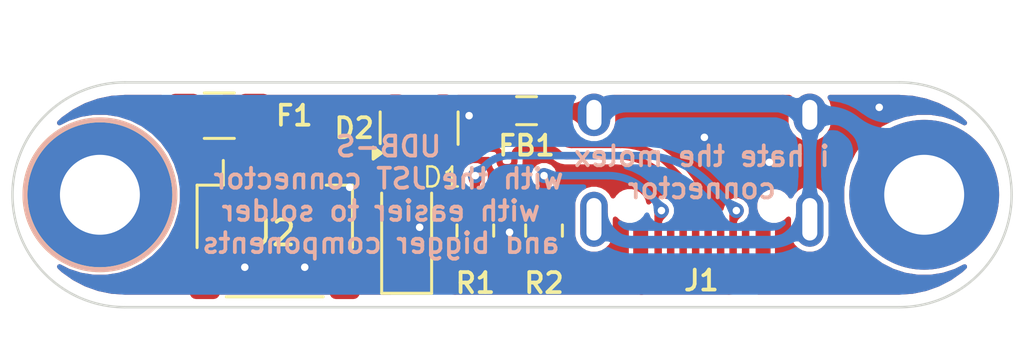
<source format=kicad_pcb>
(kicad_pcb (version 20241229) (generator "pcbnew") (generator_version "9.0")
  (layers (0 "F.Cu" signal) (2 "B.Cu" signal) (13 "F.Paste" user) (15 "B.Paste" user) (5 "F.SilkS" user "F.Silkscreen") (7 "B.SilkS" user "B.Silkscreen") (1 "F.Mask" user) (3 "B.Mask" user) (25 "Edge.Cuts" user))
  (net 0 "")
  (net 1 "GND")
  (net 2 "VBUS")
  (net 5 "D+")
  (net 6 "D-")
  (net 7 "Net-(J1-CC2)")
  (net 8 "Net-(J1-CC1)")
  (net 9 "5V")
  (net 10 "GNDPWR")
  (footprint "Package_TO_SOT_SMD:SOT-143" (layer "F.Cu") (at 127.779999 92.332207 90)
    (property "Reference" "D2" (at 0 -2.6 180) (layer "F.SilkS") (effects (font (size 0.8 0.8))))
    (property "Value" "PRTR5V0U2X")
    (fp_line (start 0.65 -1.56) (end -0.62 -1.56) (stroke (width 0.12)) (layer "F.SilkS"))
    (fp_line (start -0.65 1.56) (end 0.65 1.56) (stroke (width 0.12)) (layer "F.SilkS"))
    (fp_poly (pts (xy -1 -1.51) (xy -1.24 -1.84) (xy -0.76 -1.84) (xy -1 -1.51)) (stroke (width 0.12)) (fill yes) (layer "F.SilkS"))
    (pad "1" smd roundrect (at -1 -0.75 90) (size 0.7 1) (layers "F.Cu" "F.Mask" "F.Paste") (net 1 "GND"))
    (pad "2" smd roundrect (at -1 0.95 90) (size 0.7 0.6) (layers "F.Cu" "F.Mask" "F.Paste") (net 5 "D+"))
    (pad "3" smd roundrect (at 1 0.95 90) (size 0.7 0.6) (layers "F.Cu" "F.Mask" "F.Paste") (net 6 "D-"))
    (pad "4" smd roundrect (at 1 -0.95 90) (size 0.7 0.6) (layers "F.Cu" "F.Mask" "F.Paste") (net 9 "5V"))
  )
  (footprint "MountingHole:MountingHole_3.2mm_M3_DIN965_Pad_TopBottom" (layer "F.Cu") (at 148 95)
    (property "Reference" "H1" (hide yes))
    (property "Value" "MountingHole" (hide yes))
    (pad "1" thru_hole circle (at 0 0) (size 3.6 3.6) (drill 3.2) (layers "*.Cu" "*.Mask") (net 10 "GNDPWR"))
    (pad "1" connect circle (at 0 0) (size 6 6) (layers "F.Cu" "F.Mask") (net 10 "GNDPWR"))
    (pad "1" connect circle (at 0 0) (size 6 6) (layers "B.Cu" "B.Mask") (net 10 "GNDPWR"))
  )
  (footprint "Resistor_SMD:R_0805_2012Metric" (layer "F.Cu") (at 132.779999 96.432207 -90)
    (property "Reference" "R2" (at 2.1 0 180) (layer "F.SilkS") (effects (font (size 0.8 0.8) (thickness 0.15) (bold yes))))
    (property "Value" "5.1k")
    (fp_line (start -0.227064 0.735) (end 0.227064 0.735) (stroke (width 0.12)) (layer "F.SilkS"))
    (fp_line (start -0.227064 -0.735) (end 0.227064 -0.735) (stroke (width 0.12)) (layer "F.SilkS"))
    (pad "1" smd roundrect (at -0.9125 0 270) (size 1.025 1.4) (layers "F.Cu" "F.Mask" "F.Paste") (roundrect_rratio 0.243902) (net 7 "Net-(J1-CC2)"))
    (pad "2" smd roundrect (at 0.9125 0 270) (size 1.025 1.4) (layers "F.Cu" "F.Mask" "F.Paste") (roundrect_rratio 0.243902) (net 1 "GND"))
  )
  (footprint "Connector_JST:JST_SH_SM04B-SRSS-TB_1x04-1MP_P1.00mm_Horizontal" (layer "F.Cu") (at 122 96.4)
    (property "Reference" "J2" (at -0.020001 0.132207 0) (layer "F.SilkS"))
    (property "Value" "78171-0004")
    (fp_line (start -3.11 -1.785) (end -2.06 -1.785) (stroke (width 0.12)) (layer "F.SilkS"))
    (fp_line (start -3.11 0.715) (end -3.11 -1.785) (stroke (width 0.12)) (layer "F.SilkS"))
    (fp_line (start -2.06 -1.785) (end -2.06 -2.775) (stroke (width 0.12)) (layer "F.SilkS"))
    (fp_line (start -1.94 2.685) (end 1.94 2.685) (stroke (width 0.12)) (layer "F.SilkS"))
    (fp_line (start 3.11 -1.785) (end 2.06 -1.785) (stroke (width 0.12)) (layer "F.SilkS"))
    (fp_line (start 3.11 0.715) (end 3.11 -1.785) (stroke (width 0.12)) (layer "F.SilkS"))
    (pad "1" smd roundrect (at -1.5 -2) (size 0.6 1.55) (layers "F.Cu" "F.Mask" "F.Paste") (net 9 "5V"))
    (pad "2" smd roundrect (at -0.5 -2) (size 0.6 1.55) (layers "F.Cu" "F.Mask" "F.Paste") (net 6 "D-"))
    (pad "3" smd roundrect (at 0.5 -2) (size 0.6 1.55) (layers "F.Cu" "F.Mask" "F.Paste") (net 5 "D+"))
    (pad "4" smd roundrect (at 1.5 -2) (size 0.6 1.55) (layers "F.Cu" "F.Mask" "F.Paste") (net 1 "GND"))
    (pad "MP" smd roundrect (at -2.8 1.875) (size 1.2 1.8) (layers "F.Cu" "F.Mask" "F.Paste") (roundrect_rratio 0.208333) (net 1 "GND"))
    (pad "MP" smd roundrect (at 2.8 1.875) (size 1.2 1.8) (layers "F.Cu" "F.Mask" "F.Paste") (roundrect_rratio 0.208333) (net 1 "GND"))
  )
  (footprint "MountingHole:MountingHole_3.2mm_M3_DIN965_Pad_TopOnly" (layer "F.Cu") (at 115 95 180)
    (property "Reference" "H2" (hide yes))
    (property "Value" "MountingHole" (hide yes))
    (pad "1" thru_hole circle (at 0 0 180) (size 6 6) (drill 3.2) (layers "*.Cu"))
  )
  (footprint "Fuse:Fuse_1206_3216Metric" (layer "F.Cu") (at 119.779999 91.832207)
    (property "Reference" "F1" (at 3 0 0) (layer "F.SilkS") (effects (font (size 0.8 0.8))))
    (property "Value" "SMD0805-050-16V")
    (fp_line (start -0.602064 -0.91) (end 0.602064 -0.91) (stroke (width 0.12)) (layer "F.SilkS"))
    (fp_line (start -0.602064 0.91) (end 0.602064 0.91) (stroke (width 0.12)) (layer "F.SilkS"))
    (pad "1" smd roundrect (at -1.399999 0) (size 1.25 1.75) (layers "F.Cu" "F.Mask" "F.Paste") (roundrect_rratio 0.2) (net 2 "VBUS"))
    (pad "2" smd roundrect (at 1.399999 0) (size 1.25 1.75) (layers "F.Cu" "F.Mask" "F.Paste") (roundrect_rratio 0.2) (net 9 "5V"))
  )
  (footprint "Inductor_SMD:L_0805_2012Metric" (layer "F.Cu") (at 132.079999 91.632207 180)
    (property "Reference" "FB1" (at 0 -1.4 0) (layer "F.SilkS") (effects (font (size 0.8 0.8))))
    (property "Value" "GZ2012D601TF")
    (fp_line (start -0.399622 0.56) (end 0.399622 0.56) (stroke (width 0.12)) (layer "F.SilkS"))
    (fp_line (start -0.399622 -0.56) (end 0.399622 -0.56) (stroke (width 0.12)) (layer "F.SilkS"))
    (pad "1" smd roundrect (at -1.0625 0 180) (size 0.875 1.2) (layers "F.Cu" "F.Mask" "F.Paste") (net 10 "GNDPWR"))
    (pad "2" smd roundrect (at 1.0625 0 180) (size 0.875 1.2) (layers "F.Cu" "F.Mask" "F.Paste") (net 1 "GND"))
  )
  (footprint "locallib:HRO-TYPE-C-31-M-12-Assembly" (layer "F.Cu") (at 139.1 89.2 180)
    (property "Reference" "J1" (at 0.020001 -9.232207 0) (layer "F.SilkS") (effects (font (size 0.8 0.8))))
    (property "Value" "TYPE-C-31-M-12")
    (pad "" np_thru_hole circle (at -2.89 -6.25 180) (size 0.65 0.65) (drill 0.65) (layers "*.Cu" "*.Mask"))
    (pad "" np_thru_hole circle (at 2.89 -6.25 180) (size 0.65 0.65) (drill 0.65) (layers "*.Cu" "*.Mask"))
    (pad "A1" smd roundrect (at -3.225 -7.695 180) (size 0.6 1.45) (layers "F.Cu" "F.Mask" "F.Paste") (roundrect_rratio 0.1) (net 1 "GND"))
    (pad "A4" smd roundrect (at -2.45 -7.695 180) (size 0.6 1.45) (layers "F.Cu" "F.Mask" "F.Paste") (roundrect_rratio 0.1) (net 2 "VBUS"))
    (pad "A5" smd roundrect (at -1.25 -7.695 180) (size 0.3 1.45) (layers "F.Cu" "F.Mask" "F.Paste") (roundrect_rratio 0.2) (net 8 "Net-(J1-CC1)"))
    (pad "A6" smd roundrect (at -0.25 -7.695 180) (size 0.3 1.45) (layers "F.Cu" "F.Mask" "F.Paste") (roundrect_rratio 0.2) (net 5 "D+"))
    (pad "A7" smd roundrect (at 0.25 -7.695 180) (size 0.3 1.45) (layers "F.Cu" "F.Mask" "F.Paste") (roundrect_rratio 0.2) (net 6 "D-"))
    (pad "A8" smd roundrect (at 1.25 -7.695 180) (size 0.3 1.45) (layers "F.Cu" "F.Mask" "F.Paste") (roundrect_rratio 0.2))
    (pad "B1" smd roundrect (at 3.225 -7.695 180) (size 0.6 1.45) (layers "F.Cu" "F.Mask" "F.Paste") (roundrect_rratio 0.1) (net 1 "GND"))
    (pad "B4" smd roundrect (at 2.45 -7.695 180) (size 0.6 1.45) (layers "F.Cu" "F.Mask" "F.Paste") (roundrect_rratio 0.1) (net 2 "VBUS"))
    (pad "B5" smd roundrect (at 1.75 -7.695 180) (size 0.3 1.45) (layers "F.Cu" "F.Mask" "F.Paste") (roundrect_rratio 0.2) (net 7 "Net-(J1-CC2)"))
    (pad "B6" smd roundrect (at 0.75 -7.695 180) (size 0.3 1.45) (layers "F.Cu" "F.Mask" "F.Paste") (roundrect_rratio 0.2) (net 5 "D+"))
    (pad "B7" smd roundrect (at -0.75 -7.695 180) (size 0.3 1.45) (layers "F.Cu" "F.Mask" "F.Paste") (roundrect_rratio 0.2) (net 6 "D-"))
    (pad "B8" smd roundrect (at -1.75 -7.695 180) (size 0.3 1.45) (layers "F.Cu" "F.Mask" "F.Paste") (roundrect_rratio 0.2))
    (pad "S1" thru_hole oval (at -4.32 -6.78 180) (size 1.1 2.2) (drill oval 0.6 1.7) (layers "*.Cu" "*.Mask") (net 10 "GNDPWR"))
    (pad "S1" thru_hole oval (at -4.32 -2.6 180) (size 1.3 1.7) (drill oval 0.6 1.2) (layers "*.Cu" "*.Mask") (net 10 "GNDPWR"))
    (pad "S1" thru_hole oval (at 4.32 -6.78 180) (size 1.1 2.2) (drill oval 0.6 1.7) (layers "*.Cu" "*.Mask") (net 10 "GNDPWR"))
    (pad "S1" thru_hole oval (at 4.32 -2.6 180) (size 1.3 1.7) (drill oval 0.6 1.2) (layers "*.Cu" "*.Mask") (net 10 "GNDPWR"))
  )
  (footprint "Diode_SMD:D_SOD-123" (layer "F.Cu") (at 127.279999 96.582207 90)
    (property "Reference" "D1" (at 2.282206 1.420001 180) (layer "F.SilkS") (effects (font (size 0.8 0.8) (thickness 0.1))))
    (property "Value" "ESD5Z5V0")
    (fp_line (start -2.36 -1) (end 1.65 -1) (stroke (width 0.12)) (layer "F.SilkS"))
    (fp_line (start -2.36 -1) (end -2.36 1) (stroke (width 0.12)) (layer "F.SilkS"))
    (fp_line (start -2.36 1) (end 1.65 1) (stroke (width 0.12)) (layer "F.SilkS"))
    (pad "1" smd roundrect (at -1.65 0 90) (size 0.9 1.2) (layers "F.Cu" "F.Mask" "F.Paste") (net 2 "VBUS"))
    (pad "2" smd roundrect (at 1.65 0 90) (size 0.9 1.2) (layers "F.Cu" "F.Mask" "F.Paste") (net 1 "GND"))
  )
  (footprint "Resistor_SMD:R_0805_2012Metric" (layer "F.Cu") (at 130.029999 96.432207 90)
    (property "Reference" "R1" (at -2.1 0 180) (layer "F.SilkS") (effects (font (size 0.8 0.8))))
    (property "Value" "5.1k")
    (fp_line (start -0.227064 -0.735) (end 0.227064 -0.735) (stroke (width 0.12)) (layer "F.SilkS"))
    (fp_line (start -0.227064 0.735) (end 0.227064 0.735) (stroke (width 0.12)) (layer "F.SilkS"))
    (pad "1" smd roundrect (at -0.9125 0 90) (size 1.025 1.4) (layers "F.Cu" "F.Mask" "F.Paste") (roundrect_rratio 0.243902) (net 1 "GND"))
    (pad "2" smd roundrect (at 0.9125 0 90) (size 1.025 1.4) (layers "F.Cu" "F.Mask" "F.Paste") (roundrect_rratio 0.243902) (net 8 "Net-(J1-CC1)"))
  )
  (gr_circle (center 115 95) (end 118 95) (stroke (width 0.2)) (fill no) (layer "F.SilkS"))
  (gr_circle (center 115 95) (end 118 95) (stroke (width 0.2)) (fill no) (layer "B.SilkS"))
  (gr_arc (start 116 99.500001) (mid 111.499999 95) (end 116 90.499999) (stroke (width 0.1)) (layer "Edge.Cuts"))
  (gr_arc (start 147 90.5) (mid 151.5 95) (end 147 99.5) (stroke (width 0.1)) (layer "Edge.Cuts"))
  (gr_line (start 147 90.5) (end 116 90.499999) (stroke (width 0.1)) (layer "Edge.Cuts"))
  (gr_line (start 116 99.500001) (end 147 99.5) (stroke (width 0.1)) (layer "Edge.Cuts"))
  (gr_text "UDB-S \nwith the JST connector \nwith easier to solder\nand bigger components" (at 126.25 95.000001 0) (layer "B.SilkS") (effects (font (size 0.8 0.8) (thickness 0.15) (bold yes)) (justify mirror)))
  (gr_text "i hate the molex\nconnector" (at 139.1 94.100001 0) (layer "B.SilkS") (effects (font (size 0.8 0.8)) (justify mirror)))
  (segment (start 130.12142 91.632207) (end 131.017499 91.632207) (width 0.5) (layer "F.Cu") (net 1))
  (segment (start 129.779999 91.832207) (end 129.879999 91.732207) (width 0.5) (layer "F.Cu") (net 1))
  (via (at 125 94.700001) (size 0.6) (drill 0.3) (layers "F.Cu" "B.Cu") (net 1))
  (via (at 120.8 97.900001) (size 0.6) (drill 0.3) (layers "F.Cu" "B.Cu") (net 1))
  (via (at 123.2 97.900001) (size 0.6) (drill 0.3) (layers "F.Cu" "B.Cu") (net 1))
  (via (at 141.8 93.700001) (size 0.6) (drill 0.3) (layers "F.Cu" "B.Cu") (net 1))
  (via (at 129.779999 91.832207) (size 0.6) (drill 0.3) (layers "F.Cu" "B.Cu") (net 1))
  (via (at 146.2 91.500001) (size 0.6) (drill 0.3) (layers "F.Cu" "B.Cu") (net 1))
  (via (at 139.2 92.700001) (size 0.6) (drill 0.3) (layers "F.Cu" "B.Cu") (net 1))
  (via (at 127.8 96.300001) (size 0.6) (drill 0.3) (layers "F.Cu" "B.Cu") (net 1))
  (via (at 131.4 96.500001) (size 0.6) (drill 0.3) (layers "F.Cu" "B.Cu") (net 1))
  (arc (start 130.12142 91.632207) (mid 129.990763 91.658196) (end 129.879999 91.732207) (width 0.5) (layer "F.Cu") (net 1))
  (segment (start 136.658786 98.7495) (end 129.21528 98.7495) (width 0.5) (layer "F.Cu") (net 2))
  (segment (start 127.279999 98.027206) (end 127.279999 97.822206) (width 0.5) (layer "F.Cu") (net 2))
  (segment (start 126.739999 96.872206) (end 126.990084 97.122291) (width 0.5) (layer "F.Cu") (net 2))
  (segment (start 136.65 98.698288) (end 136.65 96.895) (width 0.5) (layer "F.Cu") (net 2))
  (segment (start 127.484999 98.232207) (end 127.966424 98.232207) (width 0.5) (layer "F.Cu") (net 2))
  (segment (start 141.15025 98.34975) (end 141.177 98.323) (width 0.5) (layer "F.Cu") (net 2))
  (segment (start 119.629999 95.782207) (end 119.539618 95.691826) (width 0.5) (layer "F.Cu") (net 2))
  (segment (start 136.701211 98.7495) (end 136.658786 98.7495) (width 0.5) (layer "F.Cu") (net 2))
  (segment (start 119.079999 94.582207) (end 119.079999 93.02718) (width 0.5) (layer "F.Cu") (net 2))
  (segment (start 120.957816 96.332207) (end 125.436325 96.332207) (width 0.5) (layer "F.Cu") (net 2))
  (segment (start 136.701211 98.7495) (end 140.185169 98.7495) (width 0.5) (layer "F.Cu") (net 2))
  (segment (start 141.55 97.4225) (end 141.55 96.895) (width 0.5) (layer "F.Cu") (net 2))
  (arc (start 128.590852 98.490853) (mid 128.304362 98.299426) (end 127.966424 98.232207) (width 0.5) (layer "F.Cu") (net 2))
  (arc (start 128.590852 98.490853) (mid 128.877342 98.682279) (end 129.21528 98.7495) (width 0.5) (layer "F.Cu") (net 2))
  (arc (start 127.279999 98.027206) (mid 127.340042 98.172163) (end 127.484999 98.232207) (width 0.5) (layer "F.Cu") (net 2))
  (arc (start 136.701211 98.7495) (mid 136.681613 98.745601) (end 136.664999 98.7345) (width 0.5) (layer "F.Cu") (net 2))
  (arc (start 119.079999 93.02718) (mid 118.989036 92.569883) (end 118.729999 92.182206) (width 0.5) (layer "F.Cu") (net 2))
  (arc (start 136.658786 98.7495) (mid 136.666903 98.744075) (end 136.664999 98.7345) (width 0.5) (layer "F.Cu") (net 2))
  (arc (start 141.15025 98.34975) (mid 140.707467 98.645608) (end 140.185169 98.7495) (width 0.5) (layer "F.Cu") (net 2))
  (arc (start 126.739999 96.872206) (mid 126.141868 96.472548) (end 125.436325 96.332207) (width 0.5) (layer "F.Cu") (net 2))
  (arc (start 120.957816 96.332207) (mid 120.239206 96.189266) (end 119.629999 95.782207) (width 0.5) (layer "F.Cu") (net 2))
  (arc (start 119.079999 94.582207) (mid 119.19945 95.182728) (end 119.539618 95.691826) (width 0.5) (layer "F.Cu") (net 2))
  (arc (start 141.177 98.323) (mid 141.45306 97.909847) (end 141.55 97.4225) (width 0.5) (layer "F.Cu") (net 2))
  (arc (start 126.990084 97.122291) (mid 127.204652 97.443415) (end 127.279999 97.822206) (width 0.5) (layer "F.Cu") (net 2))
  (arc (start 136.65 98.698288) (mid 136.653898 98.717886) (end 136.664999 98.7345) (width 0.5) (layer "F.Cu") (net 2))
  (segment (start 127.356991 92.557207) (end 125.607913 92.557207) (width 0.25) (layer "F.Cu") (net 5))
  (segment (start 138.35 96.025937) (end 138.35 96.045433) (width 0.25) (layer "F.Cu") (net 5))
  (segment (start 138.35 95.986945) (end 138.35 96.006441) (width 0.25) (layer "F.Cu") (net 5))
  (segment (start 125.127913 93.557207) (end 125.007913 93.557207) (width 0.25) (layer "F.Cu") (net 5))
  (segment (start 138.35 96.052744) (end 138.35 96.057617) (width 0.25) (layer "F.Cu") (net 5))
  (segment (start 138.35 95.969886) (end 138.35 95.97476) (width 0.25) (layer "F.Cu") (net 5))
  (segment (start 138.35 96.257448) (end 138.35 96.281818) (width 0.25) (layer "F.Cu") (net 5))
  (segment (start 132.974668 93.157207) (end 131.836196 93.157207) (width 0.25) (layer "F.Cu") (net 5))
  (segment (start 138.35 95.97476) (end 138.35 95.979634) (width 0.25) (layer "F.Cu") (net 5))
  (segment (start 138.35 96.230641) (end 138.35 96.257448) (width 0.25) (layer "F.Cu") (net 5))
  (segment (start 130.756196 93.157207) (end 129.028742 93.157207) (width 0.25) (layer "F.Cu") (net 5))
  (segment (start 138.35 96.057617) (end 138.35 96.06249) (width 0.25) (layer "F.Cu") (net 5))
  (segment (start 138.35 95.957703) (end 138.35 95.960139) (width 0.25) (layer "F.Cu") (net 5))
  (segment (start 138.35 96.077112) (end 138.35 96.101482) (width 0.25) (layer "F.Cu") (net 5))
  (segment (start 138.35 95.960139) (end 138.35 95.965012) (width 0.25) (layer "F.Cu") (net 5))
  (segment (start 138.35 95.969886) (end 138.35 95.965012) (width 0.25) (layer "F.Cu") (net 5))
  (segment (start 139.35 97.521865) (end 139.35 96.895) (width 0.25) (layer "F.Cu") (net 5))
  (segment (start 138.35 95.979634) (end 138.35 95.986945) (width 0.25) (layer "F.Cu") (net 5))
  (segment (start 138.35 96.006441) (end 138.35 96.025937) (width 0.25) (layer "F.Cu") (net 5))
  (segment (start 138.925865 97.946) (end 138.774134 97.946) (width 0.25) (layer "F.Cu") (net 5))
  (segment (start 122.849237 93.062968) (end 122.927499 92.984706) (width 0.25) (layer "F.Cu") (net 5))
  (segment (start 137.68723 94.357636) (end 137.5684 94.238806) (width 0.25) (layer "F.Cu") (net 5))
  (segment (start 138.35 97.521865) (end 138.35 97.365148) (width 0.25) (layer "F.Cu") (net 5))
  (segment (start 135.681452 93.457207) (end 133.698933 93.457207) (width 0.25) (layer "F.Cu") (net 5))
  (segment (start 125.367913 93.317207) (end 125.367913 92.797207) (width 0.25) (layer "F.Cu") (net 5))
  (segment (start 131.236196 93.890672) (end 131.356196 93.890672) (width 0.25) (layer "F.Cu") (net 5))
  (segment (start 130.996196 93.650672) (end 130.996196 93.397207) (width 0.25) (layer "F.Cu") (net 5))
  (segment (start 131.596196 93.650672) (end 131.596196 93.397207) (width 0.25) (layer "F.Cu") (net 5))
  (segment (start 138.35 96.045433) (end 138.35 96.052744) (width 0.25) (layer "F.Cu") (net 5))
  (segment (start 138.35 96.077112) (end 138.35 96.06249) (width 0.25) (layer "F.Cu") (net 5))
  (segment (start 124.767913 93.317207) (end 124.767913 92.797207) (width 0.25) (layer "F.Cu") (net 5))
  (segment (start 128.292499 92.944707) (end 128.662321 93.314529) (width 0.25) (layer "F.Cu") (net 5))
  (segment (start 123.959574 92.557207) (end 124.527913 92.557207) (width 0.25) (layer "F.Cu") (net 5))
  (segment (start 138.35 96.152658) (end 138.35 96.230641) (width 0.25) (layer "F.Cu") (net 5))
  (segment (start 138.35 96.152658) (end 138.35 96.125852) (width 0.25) (layer "F.Cu") (net 5))
  (segment (start 138.35 96.101482) (end 138.35 96.125852) (width 0.25) (layer "F.Cu") (net 5))
  (segment (start 138.35 96.281818) (end 138.35 96.294003) (width 0.25) (layer "F.Cu") (net 5))
  (arc (start 129.028742 93.157207) (mid 128.914417 93.179947) (end 128.817498 93.244706) (width 0.25) (layer "F.Cu") (net 5))
  (arc (start 139.225774 97.821774) (mid 139.317714 97.684174) (end 139.35 97.521865) (width 0.25) (layer "F.Cu") (net 5))
  (arc (start 133.336801 93.307207) (mid 133.170653 93.19619) (end 132.974668 93.157207) (width 0.25) (layer "F.Cu") (net 5))
  (arc (start 125.607913 92.557207) (mid 125.438207 92.627501) (end 125.367913 92.797207) (width 0.25) (layer "F.Cu") (net 5))
  (arc (start 125.127913 93.557207) (mid 125.297619 93.486913) (end 125.367913 93.317207) (width 0.25) (layer "F.Cu") (net 5))
  (arc (start 123.959574 92.557207) (mid 123.401019 92.66831) (end 122.927499 92.984706) (width 0.25) (layer "F.Cu") (net 5))
  (arc (start 122.849237 93.062968) (mid 122.590763 93.449801) (end 122.5 93.906103) (width 0.25) (layer "F.Cu") (net 5))
  (arc (start 135.681452 93.457207) (mid 136.702661 93.660337) (end 137.5684 94.238806) (width 0.25) (layer "F.Cu") (net 5))
  (arc (start 131.596196 93.650672) (mid 131.525902 93.820378) (end 131.356196 93.890672) (width 0.25) (layer "F.Cu") (net 5))
  (arc (start 138.774134 97.946) (mid 138.611824 97.913714) (end 138.474226 97.821774) (width 0.25) (layer "F.Cu") (net 5))
  (arc (start 137.68723 94.357636) (mid 138.177751 95.091753) (end 138.35 95.957703) (width 0.25) (layer "F.Cu") (net 5))
  (arc (start 138.474226 97.821774) (mid 138.382285 97.684174) (end 138.35 97.521865) (width 0.25) (layer "F.Cu") (net 5))
  (arc (start 124.767913 92.797207) (mid 124.697619 92.627501) (end 124.527913 92.557207) (width 0.25) (layer "F.Cu") (net 5))
  (arc (start 131.236196 93.890672) (mid 131.06649 93.820378) (end 130.996196 93.650672) (width 0.25) (layer "F.Cu") (net 5))
  (arc (start 124.767913 93.317207) (mid 124.838207 93.486913) (end 125.007913 93.557207) (width 0.25) (layer "F.Cu") (net 5))
  (arc (start 127.356991 92.557207) (mid 127.863284 92.657914) (end 128.292499 92.944707) (width 0.25) (layer "F.Cu") (net 5))
  (arc (start 130.756196 93.157207) (mid 130.925902 93.227501) (end 130.996196 93.397207) (width 0.25) (layer "F.Cu") (net 5))
  (arc (start 133.336801 93.307207) (mid 133.502948 93.418223) (end 133.698933 93.457207) (width 0.25) (layer "F.Cu") (net 5))
  (arc (start 138.925865 97.946) (mid 139.088174 97.913714) (end 139.225774 97.821774) (width 0.25) (layer "F.Cu") (net 5))
  (arc (start 131.596196 93.397207) (mid 131.66649 93.227501) (end 131.836196 93.157207) (width 0.25) (layer "F.Cu") (net 5))
  (segment (start 128.292498 91.719706) (end 128.662321 91.349884) (width 0.25) (layer "F.Cu") (net 6))
  (segment (start 139.425865 95.844) (end 139.274134 95.844) (width 0.25) (layer "F.Cu") (net 6))
  (segment (start 139.85 96.268134) (end 139.85 96.895) (width 0.25) (layer "F.Cu") (net 6))
  (segment (start 138.85 95.889505) (end 138.85 96.346492) (width 0.25) (layer "F.Cu") (net 6))
  (segment (start 127.356991 92.107207) (end 123.898483 92.107207) (width 0.25) (layer "F.Cu") (net 6))
  (segment (start 138.85 96.346492) (end 138.85 96.268134) (width 0.25) (layer "F.Cu") (net 6))
  (segment (start 133.161064 92.707207) (end 129.967651 92.707207) (width 0.25) (layer "F.Cu") (net 6))
  (segment (start 137.770093 93.804103) (end 138.139007 94.173017) (width 0.25) (layer "F.Cu") (net 6))
  (segment (start 129.092499 92.344707) (end 128.959808 92.212016) (width 0.25) (layer "F.Cu") (net 6))
  (segment (start 133.885329 93.007207) (end 135.846215 93.007207) (width 0.25) (layer "F.Cu") (net 6))
  (segment (start 121.813882 93.198323) (end 122.202499 92.809706) (width 0.25) (layer "F.Cu") (net 6))
  (segment (start 128.729999 91.657207) (end 128.729999 91.357207) (width 0.25) (layer "F.Cu") (net 6))
  (arc (start 139.85 96.268134) (mid 139.817714 96.105824) (end 139.725774 95.968226) (width 0.25) (layer "F.Cu") (net 6))
  (arc (start 129.092499 92.344707) (mid 129.494022 92.612996) (end 129.967651 92.707207) (width 0.25) (layer "F.Cu") (net 6))
  (arc (start 138.974226 95.968226) (mid 138.882285 96.105824) (end 138.85 96.268134) (width 0.25) (layer "F.Cu") (net 6))
  (arc (start 128.729999 91.657207) (mid 128.789724 91.957467) (end 128.959808 92.212016) (width 0.25) (layer "F.Cu") (net 6))
  (arc (start 133.885329 93.007207) (mid 133.689344 92.968223) (end 133.523197 92.857207) (width 0.25) (layer "F.Cu") (net 6))
  (arc (start 138.85 96.346492) (mid 138.85 96.346492) (end 138.85 96.346492) (width 0.25) (layer "F.Cu") (net 6))
  (arc (start 139.425865 95.844) (mid 139.588174 95.876285) (end 139.725774 95.968226) (width 0.25) (layer "F.Cu") (net 6))
  (arc (start 128.292498 91.719706) (mid 127.863284 92.006498) (end 127.356991 92.107207) (width 0.25) (layer "F.Cu") (net 6))
  (arc (start 138.974226 95.968226) (mid 139.111824 95.876285) (end 139.274134 95.844) (width 0.25) (layer "F.Cu") (net 6))
  (arc (start 122.202499 92.809706) (mid 122.980623 92.28978) (end 123.898483 92.107207) (width 0.25) (layer "F.Cu") (net 6))
  (arc (start 121.813882 93.198323) (mid 121.581575 93.545995) (end 121.5 93.956103) (width 0.25) (layer "F.Cu") (net 6))
  (arc (start 138.85 95.889505) (mid 138.665218 94.960548) (end 138.139007 94.173017) (width 0.25) (layer "F.Cu") (net 6))
  (arc (start 133.161064 92.707207) (mid 133.357049 92.74619) (end 133.523197 92.857207) (width 0.25) (layer "F.Cu") (net 6))
  (arc (start 137.770093 93.804103) (mid 136.88741 93.214313) (end 135.846215 93.007207) (width 0.25) (layer "F.Cu") (net 6))
  (segment (start 137.35 95.854129) (end 137.35 96.895) (width 0.3) (layer "F.Cu") (net 7))
  (segment (start 137.414999 95.697206) (end 137.479999 95.632207) (width 0.3) (layer "F.Cu") (net 7))
  (segment (start 132.779999 94.232207) (end 132.779999 95.519707) (width 0.3) (layer "F.Cu") (net 7))
  (via (at 137.479999 95.632207) (size 0.6) (drill 0.3) (layers "F.Cu" "B.Cu") (net 7))
  (via (at 132.779999 94.232207) (size 0.6) (drill 0.3) (layers "F.Cu" "B.Cu") (net 7))
  (arc (start 137.414999 95.697206) (mid 137.366892 95.769203) (end 137.35 95.854129) (width 0.3) (layer "F.Cu") (net 7))
  (segment (start 137.479999 95.627388) (end 137.479999 95.632207) (width 0.3) (layer "B.Cu") (net 7))
  (segment (start 137.479999 95.632207) (end 137.479999 95.556103) (width 0.3) (layer "B.Cu") (net 7))
  (segment (start 132.779999 94.232207) (end 135.349883 94.232207) (width 0.3) (layer "B.Cu") (net 7))
  (segment (start 137.426185 95.426186) (end 136.856102 94.856103) (width 0.3) (layer "B.Cu") (net 7))
  (arc (start 136.856102 94.856103) (mid 136.165043 94.394352) (end 135.349883 94.232207) (width 0.3) (layer "B.Cu") (net 7))
  (arc (start 137.479999 95.627388) (mid 137.479113 95.622935) (end 137.476591 95.619161) (width 0.3) (layer "B.Cu") (net 7))
  (arc (start 137.426185 95.426186) (mid 137.466013 95.485792) (end 137.479999 95.556103) (width 0.3) (layer "B.Cu") (net 7))
  (segment (start 130.029999 94.232207) (end 130.029999 95.519707) (width 0.3) (layer "F.Cu") (net 8))
  (segment (start 140.414999 95.697206) (end 140.479999 95.632207) (width 0.3) (layer "F.Cu") (net 8))
  (segment (start 140.35 95.854129) (end 140.35 96.895) (width 0.3) (layer "F.Cu") (net 8))
  (via (at 130.029999 94.232207) (size 0.6) (drill 0.3) (layers "F.Cu" "B.Cu") (net 8))
  (via (at 140.479999 95.632207) (size 0.6) (drill 0.3) (layers "F.Cu" "B.Cu") (net 8))
  (arc (start 140.414999 95.697206) (mid 140.366892 95.769203) (end 140.35 95.854129) (width 0.3) (layer "F.Cu") (net 8))
  (segment (start 140.479999 95.632207) (end 139.379999 94.532207) (width 0.3) (layer "B.Cu") (net 8))
  (segment (start 130.429999 93.832207) (end 130.029999 94.232207) (width 0.3) (layer "B.Cu") (net 8))
  (segment (start 131.395684 93.432207) (end 136.724364 93.432207) (width 0.3) (layer "B.Cu") (net 8))
  (arc (start 131.395684 93.432207) (mid 130.873059 93.536163) (end 130.429999 93.832207) (width 0.3) (layer "B.Cu") (net 8))
  (arc (start 136.724364 93.432207) (mid 138.161583 93.718087) (end 139.379999 94.532207) (width 0.3) (layer "B.Cu") (net 8))
  (segment (start 120.861695 93.050805) (end 120.839998 93.072501) (width 0.5) (layer "F.Cu") (net 9))
  (segment (start 122.033551 91.332207) (end 126.829999 91.332207) (width 0.5) (layer "F.Cu") (net 9))
  (arc (start 120.839998 93.072501) (mid 120.588362 93.449101) (end 120.5 93.893332) (width 0.5) (layer "F.Cu") (net 9))
  (arc (start 120.861695 93.050805) (mid 121.097273 92.698237) (end 121.179998 92.282355) (width 0.5) (layer "F.Cu") (net 9))
  (arc (start 122.033551 91.332207) (mid 121.70691 91.397179) (end 121.429998 91.582207) (width 0.5) (layer "F.Cu") (net 9))
  (segment (start 134.493559 91.632207) (end 133.142499 91.632207) (width 0.5) (layer "F.Cu") (net 10))
  (segment (start 143.42 91.8) (end 144.11 91.8) (width 0.7) (layer "B.Cu") (net 10))
  (segment (start 143.075083 91.773282) (end 142.877051 91.57525) (width 0.7) (layer "B.Cu") (net 10))
  (segment (start 142.334456 91.3505) (end 135.547344 91.3505) (width 0.7) (layer "B.Cu") (net 10))
  (segment (start 145.287903 92.287903) (end 148 95) (width 0.7) (layer "B.Cu") (net 10))
  (segment (start 142.9625 96.4375) (end 143.19125 96.20875) (width 0.5) (layer "B.Cu") (net 10))
  (segment (start 136.342002 96.895) (end 141.857997 96.895) (width 0.5) (layer "B.Cu") (net 10))
  (segment (start 135.2375 96.4375) (end 134.78 95.98) (width 0.5) (layer "B.Cu") (net 10))
  (segment (start 143.42 91.8) (end 143.42 95.656498) (width 0.5) (layer "B.Cu") (net 10))
  (arc (start 135.2375 96.4375) (mid 135.744249 96.776099) (end 136.342002 96.895) (width 0.5) (layer "B.Cu") (net 10))
  (arc (start 135.547344 91.3505) (mid 135.253694 91.40891) (end 135.00475 91.57525) (width 0.7) (layer "B.Cu") (net 10))
  (arc (start 142.334456 91.3505) (mid 142.628106 91.40891) (end 142.877051 91.57525) (width 0.7) (layer "B.Cu") (net 10))
  (arc (start 141.857997 96.895) (mid 142.455749 96.776099) (end 142.9625 96.4375) (width 0.5) (layer "B.Cu") (net 10))
  (arc (start 143.075083 91.773282) (mid 143.10468 91.792916) (end 143.139582 91.799497) (width 0.7) (layer "B.Cu") (net 10))
  (arc (start 145.287903 92.287903) (mid 144.747476 91.926801) (end 144.11 91.8) (width 0.7) (layer "B.Cu") (net 10))
  (zone (net 9) (net_name "5V") (layer "F.Cu") (priority 1) (connect_pads yes (clearance 0.2)) (min_thickness 0.25) (fill yes (thermal_gap 0.5) (thermal_bridge_width 0.5) (smoothing fillet) (radius 0.25))
    (polygon (pts (xy 121 95.300001) (xy 121 93.980001) (xy 123.6 91.900001) (xy 127.2 91.900001) (xy 127.2 90.500001) (xy 119.8 90.500001) (xy 119.8 93.900001) (xy 119.8 95.300001)))
  )
  (zone (net 1) (net_name "GND") (layers "F.Cu" "B.Cu") (connect_pads yes (clearance 0.2)) (min_thickness 0.2) (fill yes (thermal_gap 0.25) (thermal_bridge_width 0.25))
    (polygon (pts (xy 152 99.9225) (xy 111 100) (xy 111 90) (xy 152 89.9225)))
  )
)
</source>
